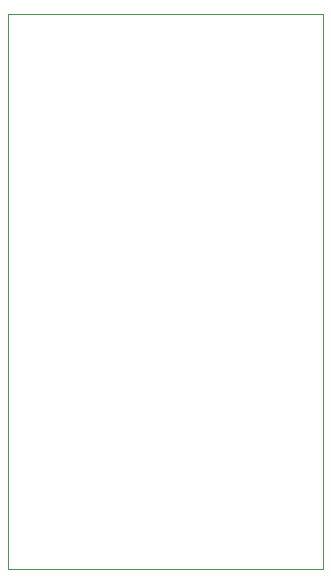
<source format=gm1>
%TF.GenerationSoftware,KiCad,Pcbnew,5.1.10-88a1d61d58~88~ubuntu18.04.1*%
%TF.CreationDate,2021-06-05T10:08:30+03:00*%
%TF.ProjectId,ebyte-E73-2G4M08S1x-board,65627974-652d-4453-9733-2d3247344d30,rev?*%
%TF.SameCoordinates,Original*%
%TF.FileFunction,Profile,NP*%
%FSLAX46Y46*%
G04 Gerber Fmt 4.6, Leading zero omitted, Abs format (unit mm)*
G04 Created by KiCad (PCBNEW 5.1.10-88a1d61d58~88~ubuntu18.04.1) date 2021-06-05 10:08:30*
%MOMM*%
%LPD*%
G01*
G04 APERTURE LIST*
%TA.AperFunction,Profile*%
%ADD10C,0.050000*%
%TD*%
G04 APERTURE END LIST*
D10*
X135890000Y-71501000D02*
X162560000Y-71501000D01*
X162560000Y-71501000D02*
X162560000Y-118491000D01*
X162560000Y-118491000D02*
X135890000Y-118491000D01*
X135890000Y-118491000D02*
X135890000Y-71501000D01*
M02*

</source>
